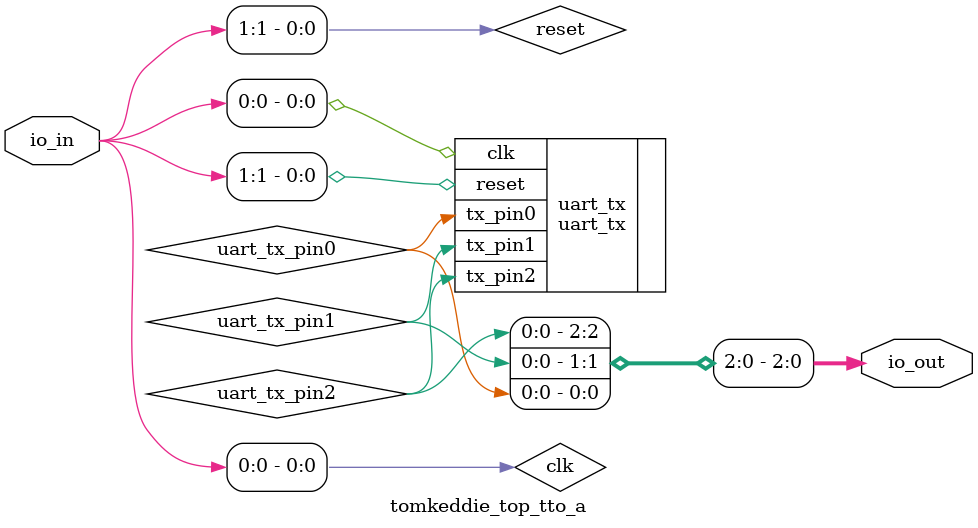
<source format=v>
`default_nettype none

module tomkeddie_top_tto_a
  #(parameter CLOCK_RATE=1000)
  (
   input [7:0]  io_in,
   output [7:0] io_out
   );
  
  wire                      clk   = io_in[0];
  wire                      reset = io_in[1];
  wire                      uart_tx_pin0;
  wire                      uart_tx_pin1;
  wire                      uart_tx_pin2;

  assign io_out[0] = uart_tx_pin0;
  assign io_out[1] = uart_tx_pin1;
  assign io_out[2] = uart_tx_pin2;

  // instatiate lcd
  uart_tx uart_tx(.clk(clk), .reset(reset), .tx_pin0(uart_tx_pin0), .tx_pin1(uart_tx_pin1), .tx_pin2(uart_tx_pin2));
  
endmodule

</source>
